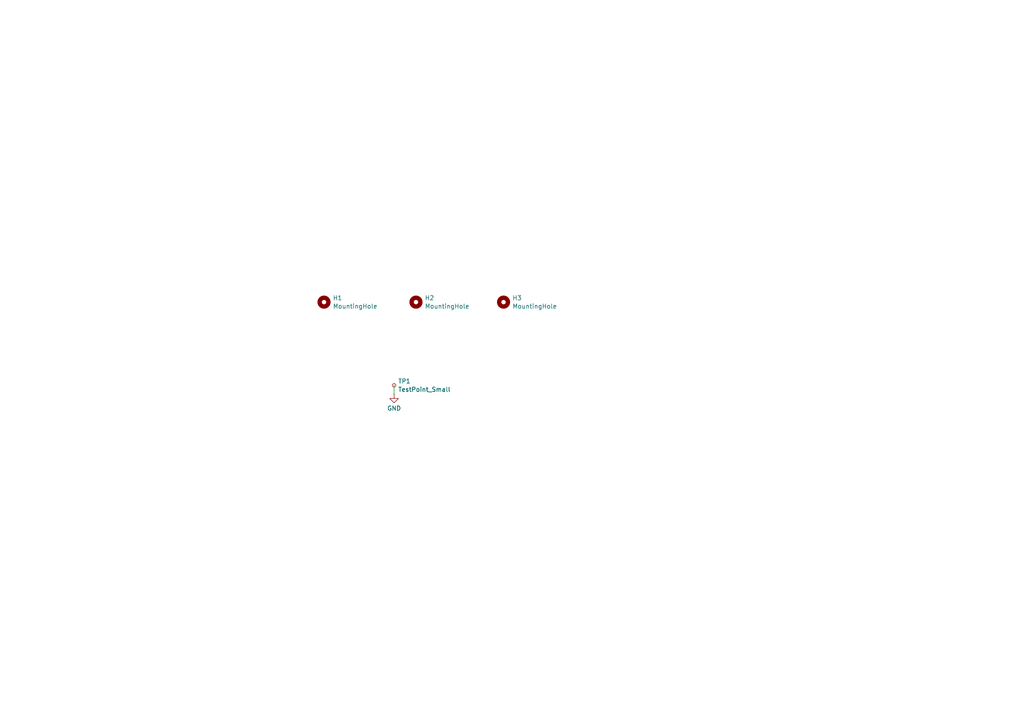
<source format=kicad_sch>
(kicad_sch (version 20231120) (generator "eeschema") (generator_version "8.0")
  (paper "A4")
  (lib_symbols
    (symbol "Connector:TestPoint_Small" (pin_numbers hide) (pin_names (offset 0.762) hide)
      (property "Reference" "TP" (at 0 3.81 0))
      (property "Value" "TestPoint_Small" (at 0 2.032 0))
      (symbol "TestPoint_Small_0_1"
        (circle (center 0 0) (radius 0.508))
      )
      (symbol "TestPoint_Small_1_1"
        (pin passive line (at 0 0 90) (length 0) (name "1") (number "1"))
      )
    )
    (symbol "Mechanical:MountingHole" (pin_names (offset 1.016))
      (property "Reference" "H" (at 0 5.08 0))
      (property "Value" "MountingHole" (at 0 3.175 0))
      (symbol "MountingHole_0_1"
        (circle (center 0 0) (radius 1.27) (stroke (width 1.27)))
      )
    )
    (symbol "power:GND" (power) (pin_numbers hide) (pin_names (offset 0) hide)
      (property "Value" "GND" (at 0 -3.81 0))
      (symbol "GND_0_1"
        (polyline (pts (xy 0 0) (xy 0 -1.27) (xy 1.27 -1.27) (xy 0 -2.54) (xy -1.27 -1.27) (xy 0 -1.27)))
      )
      (symbol "GND_1_1"
        (pin power_in line (at 0 0 270) (length 0) (name "~") (number "1"))
      )
    )
  )
  (wire (pts (xy 114.3 111.76) (xy 114.3 114.3)))
  (symbol (lib_id "Mechanical:MountingHole") (at 120.65 87.63 0) (unit 1)
    (property "Reference" "H2" (at 123.19 86.4178 0) (effects (justify left)))
    (property "Value" "MountingHole" (at 123.19 88.8421 0) (effects (justify left)))
    (property "Footprint" "MountingHole:MountingHole_6mm" (effects (hide yes)))
    (property "Description" "Mounting Hole without connection" (effects (hide yes)))
  )
  (symbol (lib_id "power:GND") (at 114.3 114.3 0) (unit 1)
    (property "Reference" "#PWR01" (effects (hide yes)))
    (property "Value" "GND" (at 114.3 118.4331 0))
    (property "Description" "Power symbol creates a global label with name \"GND\" , ground" (effects (hide yes)))
  )
  (symbol (lib_id "Mechanical:MountingHole") (at 93.98 87.63 0) (unit 1)
    (property "Reference" "H1" (at 96.52 86.4178 0) (effects (justify left)))
    (property "Value" "MountingHole" (at 96.52 88.8421 0) (effects (justify left)))
    (property "Footprint" "MountingHole:MountingHole_6mm" (effects (hide yes)))
    (property "Description" "Mounting Hole without connection" (effects (hide yes)))
  )
  (symbol (lib_id "Connector:TestPoint_Small") (at 114.3 111.76 0) (unit 1)
    (property "Reference" "TP1" (at 115.443 110.5478 0) (effects (justify left)))
    (property "Value" "TestPoint_Small" (at 115.443 112.9721 0) (effects (justify left)))
    (property "Footprint" "TestPoint:TestPoint_Pad_1.0x1.0mm" (effects (hide yes)))
    (property "Description" "test point" (effects (hide yes)))
  )
  (symbol (lib_id "Mechanical:MountingHole") (at 146.05 87.63 0) (unit 1)
    (property "Reference" "H3" (at 148.59 86.4178 0) (effects (justify left)))
    (property "Value" "MountingHole" (at 148.59 88.8421 0) (effects (justify left)))
    (property "Footprint" "MountingHole:MountingHole_6mm" (effects (hide yes)))
    (property "Description" "Mounting Hole without connection" (effects (hide yes)))
  )
)
</source>
